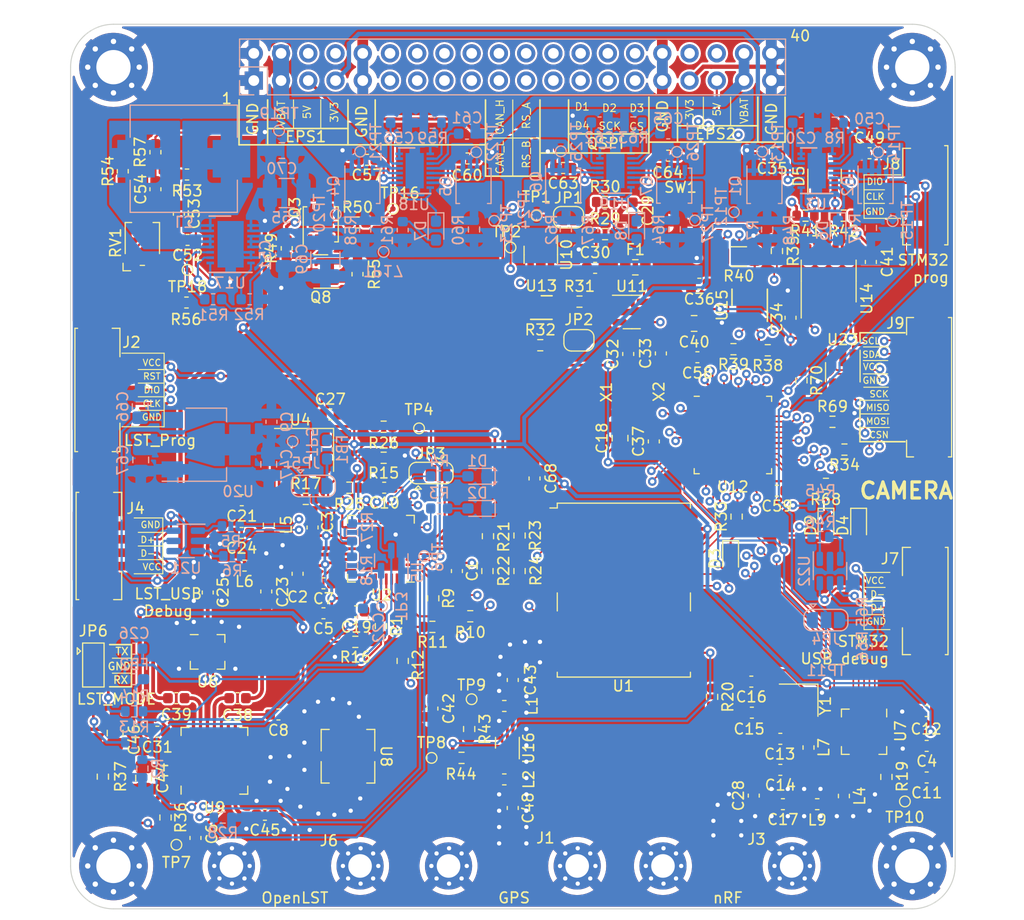
<source format=kicad_pcb>
(kicad_pcb (version 20211014) (generator pcbnew)

  (general
    (thickness 0.986)
  )

  (paper "A4")
  (layers
    (0 "F.Cu" power)
    (1 "In1.Cu" mixed)
    (2 "In2.Cu" mixed)
    (31 "B.Cu" power)
    (32 "B.Adhes" user "B.Adhesive")
    (33 "F.Adhes" user "F.Adhesive")
    (34 "B.Paste" user)
    (35 "F.Paste" user)
    (36 "B.SilkS" user "B.Silkscreen")
    (37 "F.SilkS" user "F.Silkscreen")
    (38 "B.Mask" user)
    (39 "F.Mask" user)
    (40 "Dwgs.User" user "User.Drawings")
    (41 "Cmts.User" user "User.Comments")
    (42 "Eco1.User" user "User.Eco1")
    (43 "Eco2.User" user "User.Eco2")
    (44 "Edge.Cuts" user)
    (45 "Margin" user)
    (46 "B.CrtYd" user "B.Courtyard")
    (47 "F.CrtYd" user "F.Courtyard")
    (48 "B.Fab" user)
    (49 "F.Fab" user)
    (50 "User.1" user)
    (51 "User.2" user)
    (52 "User.3" user)
    (53 "User.4" user)
    (54 "User.5" user)
    (55 "User.6" user)
    (56 "User.7" user)
    (57 "User.8" user)
    (58 "User.9" user)
  )

  (setup
    (stackup
      (layer "F.SilkS" (type "Top Silk Screen"))
      (layer "F.Paste" (type "Top Solder Paste"))
      (layer "F.Mask" (type "Top Solder Mask") (thickness 0.01))
      (layer "F.Cu" (type "copper") (thickness 0.018))
      (layer "dielectric 1" (type "core") (thickness 0.175) (material "FR4") (epsilon_r 4.5) (loss_tangent 0.02))
      (layer "In1.Cu" (type "copper") (thickness 0.035))
      (layer "dielectric 2" (type "prepreg") (thickness 0.51) (material "FR4") (epsilon_r 4.5) (loss_tangent 0.02))
      (layer "In2.Cu" (type "copper") (thickness 0.035))
      (layer "dielectric 3" (type "core") (thickness 0.175) (material "FR4") (epsilon_r 4.5) (loss_tangent 0.02))
      (layer "B.Cu" (type "copper") (thickness 0.018))
      (layer "B.Mask" (type "Bottom Solder Mask") (thickness 0.01))
      (layer "B.Paste" (type "Bottom Solder Paste"))
      (layer "B.SilkS" (type "Bottom Silk Screen"))
      (copper_finish "None")
      (dielectric_constraints no)
    )
    (pad_to_mask_clearance 0)
    (pcbplotparams
      (layerselection 0x00010fc_ffffffff)
      (disableapertmacros false)
      (usegerberextensions false)
      (usegerberattributes true)
      (usegerberadvancedattributes true)
      (creategerberjobfile true)
      (svguseinch false)
      (svgprecision 6)
      (excludeedgelayer true)
      (plotframeref false)
      (viasonmask false)
      (mode 1)
      (useauxorigin false)
      (hpglpennumber 1)
      (hpglpenspeed 20)
      (hpglpendiameter 15.000000)
      (dxfpolygonmode true)
      (dxfimperialunits true)
      (dxfusepcbnewfont true)
      (psnegative false)
      (psa4output false)
      (plotreference true)
      (plotvalue true)
      (plotinvisibletext false)
      (sketchpadsonfab false)
      (subtractmaskfromsilk false)
      (outputformat 1)
      (mirror false)
      (drillshape 1)
      (scaleselection 1)
      (outputdirectory "")
    )
  )

  (net 0 "")
  (net 1 "Net-(C1-Pad1)")
  (net 2 "GND")
  (net 3 "+3V3")
  (net 4 "/OpenLST (Beacon)/PA_VAPC")
  (net 5 "+3V8")
  (net 6 "/OpenLST (Beacon)/VDD_USB_LST")
  (net 7 "Net-(C12-Pad1)")
  (net 8 "Net-(C13-Pad2)")
  (net 9 "Net-(C15-Pad1)")
  (net 10 "Net-(C16-Pad1)")
  (net 11 "Net-(C17-Pad1)")
  (net 12 "Net-(C17-Pad2)")
  (net 13 "/MCU/MCU_POWER")
  (net 14 "Net-(C19-Pad1)")
  (net 15 "/3V3 power share/VCC_EN")
  (net 16 "Net-(C21-Pad2)")
  (net 17 "Net-(C22-Pad1)")
  (net 18 "Net-(C23-Pad2)")
  (net 19 "Net-(C24-Pad1)")
  (net 20 "Net-(C24-Pad2)")
  (net 21 "Net-(C25-Pad2)")
  (net 22 "Net-(C26-Pad1)")
  (net 23 "Net-(C29-Pad1)")
  (net 24 "/3V3 power share/EPS#1")
  (net 25 "Net-(C35-Pad2)")
  (net 26 "Net-(C38-Pad1)")
  (net 27 "Net-(C38-Pad2)")
  (net 28 "Net-(C39-Pad1)")
  (net 29 "Net-(C39-Pad2)")
  (net 30 "/MCU/VREF")
  (net 31 "Net-(C42-Pad1)")
  (net 32 "Net-(C43-Pad1)")
  (net 33 "Net-(C43-Pad2)")
  (net 34 "Net-(C45-Pad1)")
  (net 35 "Net-(C45-Pad2)")
  (net 36 "Net-(C48-Pad1)")
  (net 37 "Net-(C48-Pad2)")
  (net 38 "Net-(C49-Pad1)")
  (net 39 "/3V3 power share/EPS#2")
  (net 40 "Net-(C50-Pad1)")
  (net 41 "VIN")
  (net 42 "Net-(C52-Pad1)")
  (net 43 "Net-(C52-Pad2)")
  (net 44 "Net-(C53-Pad1)")
  (net 45 "Net-(C54-Pad1)")
  (net 46 "/Power Convertor/VBAT1/VCC_EN")
  (net 47 "/Power Convertor/EPS#1_VBAT")
  (net 48 "Net-(C57-Pad2)")
  (net 49 "Net-(C60-Pad1)")
  (net 50 "/Power Convertor/EPS#2_VBAT")
  (net 51 "Net-(C61-Pad1)")
  (net 52 "/5V power share/VCC_EN")
  (net 53 "/5V power share/EPS#1")
  (net 54 "Net-(C63-Pad2)")
  (net 55 "Net-(C64-Pad1)")
  (net 56 "/5V power share/EPS#2")
  (net 57 "Net-(C65-Pad1)")
  (net 58 "/OpenLST (Beacon)/USB_POWER_LST")
  (net 59 "Net-(D1-Pad2)")
  (net 60 "Net-(D2-Pad2)")
  (net 61 "Net-(D3-Pad1)")
  (net 62 "Net-(D4-Pad1)")
  (net 63 "/MCU/CAN_L")
  (net 64 "/MCU/CAN_H")
  (net 65 "Net-(D6-Pad1)")
  (net 66 "Net-(D6-Pad2)")
  (net 67 "Net-(D7-Pad1)")
  (net 68 "Net-(D7-Pad2)")
  (net 69 "Net-(D8-Pad1)")
  (net 70 "Net-(D8-Pad2)")
  (net 71 "Net-(D9-Pad1)")
  (net 72 "Net-(F1-Pad2)")
  (net 73 "Net-(FB1-Pad1)")
  (net 74 "/OpenLST (Beacon)/PROG_DD")
  (net 75 "/OpenLST (Beacon)/PROG_DC")
  (net 76 "/OpenLST (Beacon)/~{LST_RESET}")
  (net 77 "/MCU/USB_POWER")
  (net 78 "/MCU/SWCLK")
  (net 79 "/MCU/SWDIO")
  (net 80 "/MCU/QSPI_D1{slash}CAM_CSN")
  (net 81 "/MCU/QSPI_D2{slash}CAM_MOSI")
  (net 82 "/MCU/QSPI_D3{slash}CAM_MISO")
  (net 83 "/MCU/CAM_SCK")
  (net 84 "+5V")
  (net 85 "/I2C_SDA")
  (net 86 "/I2C_SCL")
  (net 87 "unconnected-(J12-Pad6)")
  (net 88 "unconnected-(J12-Pad8)")
  (net 89 "unconnected-(J12-Pad11)")
  (net 90 "unconnected-(J12-Pad12)")
  (net 91 "unconnected-(J12-Pad13)")
  (net 92 "unconnected-(J12-Pad14)")
  (net 93 "unconnected-(J12-Pad15)")
  (net 94 "unconnected-(J12-Pad16)")
  (net 95 "unconnected-(J12-Pad17)")
  (net 96 "unconnected-(J12-Pad18)")
  (net 97 "/MCU/RS_485_~{B}")
  (net 98 "/MCU/RS_485_A")
  (net 99 "unconnected-(J12-Pad23)")
  (net 100 "unconnected-(J12-Pad24)")
  (net 101 "/MCU/QSPI_D0")
  (net 102 "/MCU/QSPI_SCK")
  (net 103 "/MCU/QSPI_NCS")
  (net 104 "unconnected-(J12-Pad34)")
  (net 105 "unconnected-(J12-Pad36)")
  (net 106 "Net-(JP1-Pad1)")
  (net 107 "/MCU/NRST")
  (net 108 "Net-(JP2-Pad1)")
  (net 109 "Net-(JP2-Pad2)")
  (net 110 "/OpenLST (Beacon)/RF_EN")
  (net 111 "/OpenLST (Beacon)/RF_EN_MCU")
  (net 112 "/OpenLST (Beacon)/RF_PWR_EN")
  (net 113 "Net-(JP4-Pad3)")
  (net 114 "/MCU/VDD_USB")
  (net 115 "Net-(L3-Pad1)")
  (net 116 "Net-(L3-Pad2)")
  (net 117 "Net-(L4-Pad1)")
  (net 118 "Net-(L4-Pad2)")
  (net 119 "Net-(Q1-Pad5)")
  (net 120 "Net-(Q1-Pad4)")
  (net 121 "Net-(Q2-Pad4)")
  (net 122 "Net-(Q2-Pad5)")
  (net 123 "Net-(Q3-Pad4)")
  (net 124 "Net-(Q3-Pad5)")
  (net 125 "Net-(Q4-Pad5)")
  (net 126 "Net-(Q4-Pad4)")
  (net 127 "Net-(Q5-Pad4)")
  (net 128 "Net-(Q5-Pad5)")
  (net 129 "Net-(Q6-Pad5)")
  (net 130 "Net-(Q6-Pad4)")
  (net 131 "Net-(Q7-Pad4)")
  (net 132 "Net-(Q7-Pad5)")
  (net 133 "/OpenLST (Beacon)/~{LST_RX_MODE}")
  (net 134 "/OpenLST (Beacon)/LST_TX_MODE")
  (net 135 "Net-(R3-Pad2)")
  (net 136 "Net-(R4-Pad2)")
  (net 137 "Net-(R5-Pad1)")
  (net 138 "/OpenLST (Beacon)/USB_N")
  (net 139 "/OpenLST (Beacon)/USB_P")
  (net 140 "Net-(R6-Pad2)")
  (net 141 "Net-(R8-Pad2)")
  (net 142 "Net-(R9-Pad1)")
  (net 143 "/OpenLST (Beacon)/UART0_CTS")
  (net 144 "Net-(R10-Pad1)")
  (net 145 "/OpenLST (Beacon)/UART0_RTS")
  (net 146 "Net-(R11-Pad1)")
  (net 147 "/OpenLST (Beacon)/UART0_RX")
  (net 148 "Net-(R12-Pad1)")
  (net 149 "/OpenLST (Beacon)/UART0_TX")
  (net 150 "Net-(R15-Pad2)")
  (net 151 "Net-(R16-Pad2)")
  (net 152 "Net-(R17-Pad1)")
  (net 153 "Net-(R17-Pad2)")
  (net 154 "Net-(R19-Pad2)")
  (net 155 "/OpenLST (Beacon)/AN0")
  (net 156 "/OpenLST (Beacon)/AN1")
  (net 157 "Net-(R25-Pad2)")
  (net 158 "/OpenLST (Beacon)/RF_BYP")
  (net 159 "Net-(R32-Pad1)")
  (net 160 "/MCU/LED2")
  (net 161 "/MCU/CAN_RS")
  (net 162 "/MCU/RS_485_R_EN")
  (net 163 "/MCU/RS_485_T_EN")
  (net 164 "Net-(R43-Pad2)")
  (net 165 "Net-(R44-Pad1)")
  (net 166 "Net-(R44-Pad2)")
  (net 167 "Net-(R45-Pad1)")
  (net 168 "/MCU/USB_N")
  (net 169 "/MCU/USB_P")
  (net 170 "Net-(R46-Pad2)")
  (net 171 "Net-(R51-Pad2)")
  (net 172 "Net-(R52-Pad1)")
  (net 173 "Net-(R54-Pad2)")
  (net 174 "Net-(R59-Pad2)")
  (net 175 "Net-(R63-Pad2)")
  (net 176 "unconnected-(U1-Pad1)")
  (net 177 "unconnected-(U1-Pad3)")
  (net 178 "/GPS Module/IRQ")
  (net 179 "unconnected-(U1-Pad5)")
  (net 180 "unconnected-(U1-Pad6)")
  (net 181 "/GPS Module/RESET")
  (net 182 "unconnected-(U1-Pad15)")
  (net 183 "unconnected-(U1-Pad16)")
  (net 184 "unconnected-(U1-Pad17)")
  (net 185 "/GPS Module/TXD")
  (net 186 "/GPS Module/RXD")
  (net 187 "unconnected-(U2-Pad8)")
  (net 188 "unconnected-(U2-Pad18)")
  (net 189 "unconnected-(U2-Pad20)")
  (net 190 "/MCU/NRF_CE")
  (net 191 "/MCU/NRF_SPI_CSN")
  (net 192 "/MCU/NRF_SPI_SCK")
  (net 193 "/MCU/NRF_SPI_MOSI")
  (net 194 "/MCU/NRF_SPI_MISO")
  (net 195 "/MCU/NRF_IRQ")
  (net 196 "Net-(U8-Pad2)")
  (net 197 "Net-(U8-Pad6)")
  (net 198 "unconnected-(U9-Pad14)")
  (net 199 "unconnected-(U9-Pad16)")
  (net 200 "unconnected-(U9-Pad25)")
  (net 201 "unconnected-(U10-Pad3)")
  (net 202 "/MCU/WDG_RESET")
  (net 203 "unconnected-(U11-Pad3)")
  (net 204 "unconnected-(U12-Pad1)")
  (net 205 "/MCU/LSE")
  (net 206 "/MCU/HSE")
  (net 207 "/MCU/CAN_RX")
  (net 208 "/MCU/CAN_TX")
  (net 209 "unconnected-(U13-Pad3)")
  (net 210 "/MCU/RS_485_R")
  (net 211 "/MCU/RS_485_T")
  (net 212 "unconnected-(U15-Pad7)")
  (net 213 "Net-(JP6-Pad3)")
  (net 214 "/camera/CAM_VCC")
  (net 215 "Net-(R70-Pad1)")
  (net 216 "Net-(J4-Pad2)")
  (net 217 "Net-(J4-Pad3)")
  (net 218 "Net-(J7-Pad2)")
  (net 219 "Net-(J7-Pad3)")
  (net 220 "Net-(JP6-Pad1)")
  (net 221 "unconnected-(X1-Pad1)")

  (footprint "Capacitor_SMD:C_0805_2012Metric_Pad1.18x1.45mm_HandSolder" (layer "F.Cu") (at 143.1544 71.9044))

  (footprint "TCY_Buttons:KMT031NGJLHS" (layer "F.Cu") (at 141.8844 61.5881))

  (footprint "Resistor_SMD:R_0603_1608Metric" (layer "F.Cu") (at 93.853 117.983 90))

  (footprint "Resistor_SMD:R_0603_1608Metric" (layer "F.Cu") (at 157.099 61.849 180))

  (footprint "Package_DFN_QFN:QFN-20-1EP_4x4mm_P0.5mm_EP2.5x2.5mm" (layer "F.Cu") (at 159.004 109.982 -90))

  (footprint "MountingHole:MountingHole_3.2mm_M3_Pad_Via" (layer "F.Cu") (at 163.5 122.5))

  (footprint "Resistor_SMD:R_0603_1608Metric" (layer "F.Cu") (at 123.9266 91.7448 90))

  (footprint "Capacitor_SMD:C_0603_1608Metric" (layer "F.Cu") (at 94.8583 106.8505))

  (footprint "Resistor_SMD:R_1206_3216Metric" (layer "F.Cu") (at 147.32 65.659 180))

  (footprint "Inductor_SMD:L_0603_1608Metric" (layer "F.Cu") (at 103.492 90.678 -90))

  (footprint "Resistor_SMD:R_0603_1608Metric" (layer "F.Cu") (at 121.4628 112.4204))

  (footprint "MountingHole:MountingHole_3.2mm_M3_Pad_Via" (layer "F.Cu") (at 89 48))

  (footprint "Capacitor_SMD:C_0603_1608Metric" (layer "F.Cu") (at 100.965 88.392))

  (footprint "TCY_Connector:Amphenol 10114830-10104LF 1x04 Horizontal" (layer "F.Cu") (at 88.265 92.6592 -90))

  (footprint "Capacitor_SMD:C_0603_1608Metric" (layer "F.Cu") (at 128.27 86.36 90))

  (footprint "Capacitor_SMD:C_0603_1608Metric" (layer "F.Cu") (at 152.146 71.374 90))

  (footprint "Resistor_SMD:R_0603_1608Metric" (layer "F.Cu") (at 153.162 77.216 -90))

  (footprint "Capacitor_SMD:C_0603_1608Metric" (layer "F.Cu") (at 114.2492 87.2236 180))

  (footprint "Inductor_SMD:L_0603_1608Metric" (layer "F.Cu") (at 125.45 114.427 180))

  (footprint "RF_GPS:ublox_NEO" (layer "F.Cu") (at 136.6012 96.774))

  (footprint "Package_TO_SOT_SMD:SOT-23-6_Handsoldering" (layer "F.Cu") (at 157.0228 76.454 -90))

  (footprint "Capacitor_SMD:C_0603_1608Metric" (layer "F.Cu") (at 108.585 96.139 180))

  (footprint "Inductor_SMD:L_0603_1608Metric" (layer "F.Cu") (at 105.156 64.897 90))

  (footprint "Resistor_SMD:R_0603_1608Metric" (layer "F.Cu") (at 161.0868 114.1984 90))

  (footprint "Jumper:SolderJumper-2_P1.3mm_Open_RoundedPad1.0x1.5mm" (layer "F.Cu") (at 132.4108 73.4753 180))

  (footprint "Capacitor_SMD:C_0603_1608Metric" (layer "F.Cu") (at 118.745 107.823 -90))

  (footprint "Jumper:SolderJumper-2_P1.3mm_Open_RoundedPad1.0x1.5mm" (layer "F.Cu") (at 131.4456 61.9945))

  (footprint "Inductor_SMD:L_0603_1608Metric" (layer "F.Cu") (at 95.8596 58.0136))

  (footprint "Capacitor_SMD:C_0603_1608Metric" (layer "F.Cu") (at 133.9218 66.7189))

  (footprint "Capacitor_SMD:C_0603_1608Metric" (layer "F.Cu") (at 126.24 105.156 -90))

  (footprint "Capacitor_SMD:C_0603_1608Metric" (layer "F.Cu") (at 151.1938 113.538))

  (footprint "MountingHole:MountingHole_3.2mm_M3_Pad_Via" (layer "F.Cu") (at 163.5 48))

  (footprint "Resistor_SMD:R_0603_1608Metric" (layer "F.Cu") (at 111.5568 101.6 180))

  (footprint "Resistor_SMD:R_0603_1608Metric" (layer "F.Cu") (at 118.8212 97.536 -90))

  (footprint "Resistor_SMD:R_0603_1608Metric" (layer "F.Cu") (at 134.8492 60.5721))

  (footprint "Resistor_SMD:R_0603_1608Metric" (layer "F.Cu") (at 157.1752 83.6676 180))

  (footprint "Capacitor_SMD:C_0603_1608Metric" (layer "F.Cu") (at 122.0216 56.515))

  (footprint "TCY_Connector:TestPoint_Pad_D0.5mm" (layer "F.Cu") (at 122.4026 106.947))

  (footprint "Resistor_SMD:R_0603_1608Metric" (layer "F.Cu") (at 126.873 94.996 90))

  (footprint "Resistor_SMD:R_0603_1608Metric" (layer "F.Cu") (at 115.9764 103.378 -90))

  (footprint "Capacitor_SMD:C_0603_1608Metric" (layer "F.Cu") (at 139.3952 82.9056 90))

  (footprint "Resistor_SMD:R_0603_1608Metric" (layer "F.Cu") (at 110.998 87.2236))

  (footprint "Resistor_SMD:R_0603_1608Metric" (layer "F.Cu") (at 113.9444 100.1268 90))

  (footprint "footprints:iPEX" (layer "F.Cu") (at 146.25 122.5 180))

  (footprint "Capacitor_SMD:C_0603_1608Metric" (layer "F.Cu") (at 148.717 115.938 90))

  (footprint "Capacitor_SMD:C_0603_1608Metric" (layer "F.Cu") (at 164.846 114.2492 180))

  (footprint "Capacitor_SMD:C_0603_1608Metric" (layer "F.Cu") (at 112.649 56.642))

  (footprint "Inductor_SMD:L_0603_1608Metric" (layer "F.Cu") (at 153.8224 111.4552 -90))

  (footprint "Capacitor_SMD:C_0603_1608Metric" (layer "F.Cu") (at 137.414 61.3849 -90))

  (footprint "Capacitor_SMD:C_0603_1608Metric" (layer "F.Cu") (at 159.517223 56.0263))

  (footprint "Resistor_SMD:R_0603_1608Metric" (layer "F.Cu") (at 144.8308 106.7308 90))

  (footprint "Resistor_SMD:R_0603_1608Metric" (layer "F.Cu") (at 123.8758 94.996 90))

  (footprint "footprints:iPEX" (layer "F.Cu") (at 106 122.5 180))

  (footprint "Capacitor_SMD:C_0603_1608Metric" (layer "F.Cu") (at 100.952 91.44 180))

  (footprint "TCY_Connector:TestPoint_Pad_D0.5mm" (layer "F.Cu") (at 117.5004 81.6864))

  (footprint "Package_DFN_QFN:DFN-10-1EP_3x3mm_P0.5mm_EP1.55x2.48mm" (layer "F.Cu")
    (tedit 5EA4BECA) (tstamp 64263d5c-9427-4c92-a73a-afe8e63e20fb)
    (at 148.336 70.2056 90)
    (descr "10-Lead Plastic Dual Flat, No Lead Package (MF) - 3x3x0.9 mm Body [DFN] (see Microchip Packaging Specification 00000049BS.pdf)")
    (tags "DFN 0.5")
    (property "Sheetfile" "mcu_comm.kicad_sch")
    (property "Sheetname" "MCU")
    (path "/81a5172c-b171-400d-8856-41d6e486bdd1/a66e8b44-b972-4f7b-ba80-f64e58de1944")
    (attr smd)
    (fp_text reference "U15" (at 0 -2.575 90) (layer "F.SilkS")
      (effects (font (size 1 1) (thickness 0.15)))
      (tstamp af58d6aa-33e4-4da2-8ea3-2304125e31c0)
    )
    (fp_text value "MAX13430ETB+" (at 0 2.575 90) (layer "F.Fab")
      (effects (font (size 1 1) (thickness 0.15)))
      (tstamp 94937ca0-c1d9-424d-88cf-010fb503f8a5)
    )
    (fp_text user "${REFERENCE}" (at 0 0 90) (layer "F.Fab")
      (effects (font (size 0.7 0.7) (thickness 0.105)))
      (tstamp 67a55320-79e2-4952-9d6a-671cbdcfc9f7)
    )
    (fp_line (start -1.5 1.65) (end 1.5 1.65) (layer "F.SilkS") (width 0.15) (tstamp 47b3834c-8a87-4af3-9143-c88b9cd89304))
    (fp_line (start 0 -1.65) (end 1.5 -1.65) (layer "F.SilkS") (width 0.15) (tstamp adc74667-5dec-4b95-9d35-ffc7db9ad260))
    (fp_line (start -2.15 -1.85) (end -2.15 1.85) (layer "F.CrtYd") (width 0.05) (tstamp 20c401b1-c1bb-42cd-8ef2-fd89663a6cf3))
    (fp_line (start -2.15 1.85) (end 2.15 1.85) (layer "F.CrtYd") (width 0.05) (tstamp a7098063-91db-4dae-8c97-631051e8de0e))
    (fp_line (start 2.15 -1.85) (end 2.15 1.85) (layer "F.CrtYd") (width 0.05) (tstamp d1594cc0-0357-4de5-8d76-bb3a044297b2))
    (fp_line (start -2.15 -1.85) (end 2.15 -1.85) (layer "F.CrtYd") (width 0.05) (tstamp d500cfb3-be5f-4c90-8432-d0e5e29eda2a))
    (fp_line (start -1.5 -0.5) (end -0.5 -1.5) (layer "F.Fab") (width 0.15) (tstamp 4013842c-f594-4f18-a07a-785be971cdaf))
    (fp_line (start -1.5 1.5) (end -1.5 -0.5) (layer "F.Fab") (width 0.15) (tstamp 68cc97a1-6c76-411f-a28b-36162918d55d))
    (fp_line (start 1.5 1.5) (end -1.5 1.5) (layer "F.Fab") (width 0.15) (tstamp 6a2b63d3-b52c-4af8-b72e-63fe811d3d24))
    (fp_line (start 1.5 -1.5) (end 1.5 1.5) (layer "F.Fab") (width 0.15) (tstamp b6b0b082-3ad5-486d-9247-7e4db31838ef))
    (fp_line (start -0.5 -1.5) (end 1.5 -1.5) (layer "F.Fab") (width 0.15) (tstamp c40a33aa-f777-4109-9efd-12123c039897))
    (pad "" smd rect locked (at 0.3875 0.62 90) (size 0.6 1.05) (layers "F.Paste") (tstamp 13432df8-5be2-422d-b431-13bedccbff4d))
    (pad "" smd rect locked (at -0.3875 -0.62 90) (size 0.6 1.05) (layers "F.Paste") (tstamp 4be9d67c-a6f3-435e-8133-0f53bd74a878))
    (pad "" smd rect locked (at -0.3875 0.62 90) (size 0.6 1.05) (layers "F.Paste") (tstamp 5d69c
... [3833827 chars truncated]
</source>
